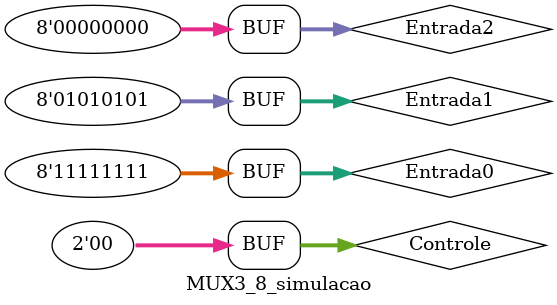
<source format=v>
module MUX3_8_simulacao;
  reg [7:0] Entrada0, Entrada1, Entrada2;
  reg [1:0] Controle;
  wire [7:0] Resultado;

  initial begin
    $monitor("Time=%0d Entrada0=%b Entrada1=%b Entrada2=%b Controle=%b Resultado=%b",
    $time, Entrada0, Entrada1, Entrada2, Controle, Resultado);
    
  end

  initial begin
    Entrada0 <= 8'b11111111;
    Entrada1 <= 8'b01010101;
    Entrada2 <= 8'b00000000;
    Controle <= 2'b00;
  end

  always begin
    #1 Controle <= 2'b01;
    #1 Controle <= 2'b10;
    #1 Controle <= 2'b00;
  end

  MUX3_8 MUX3_8Canais(Entrada0, Entrada1, Entrada2, Controle, Resultado);

endmodule
</source>
